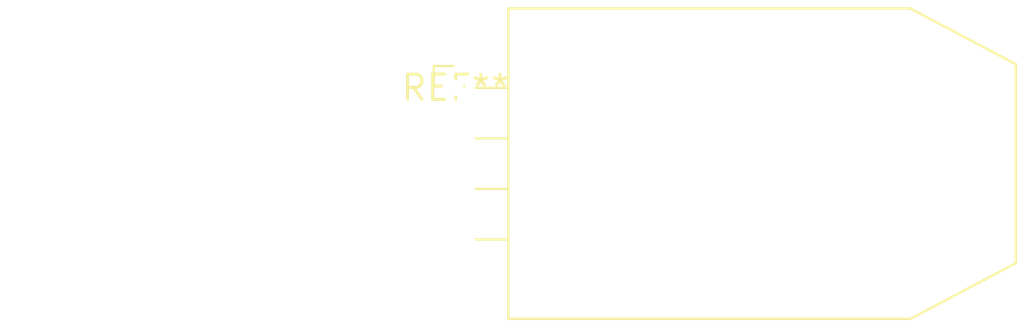
<source format=kicad_pcb>
(kicad_pcb (version 20240108) (generator pcbnew)
  (layers (0 "F.Cu" signal) (31 "B.Cu" signal) (34 "B.Paste" user) (35 "F.Paste" user) (36 "B.SilkS" user "B.Silkscreen") (37 "F.SilkS" user "F.Silkscreen") (38 "B.Mask" user) (39 "F.Mask" user) (44 "Edge.Cuts" user))
  (net 0 "")
  (footprint "ASAIR_AM2302_P2.54mm_Lead2.75mm_TabDown" (layer "F.Cu") (at 0 0)
    (property "Reference" "REF**")
    (property "Value" "ASAIR_AM2302_P2.54mm_Lead2.75mm_TabDown")
    (fp_line (start -1.1 -1.1) (end -0.1 -1.1) (layer "F.SilkS") (stroke (width 0.12)))
    (fp_line (start -1.1 -0.1) (end -1.1 -1.1) (layer "F.SilkS") (stroke (width 0.12)))
    (fp_line (start 1.01 0) (end 2.65 0) (layer "F.SilkS") (stroke (width 0.12)))
    (fp_line (start 1.01 2.54) (end 2.65 2.54) (layer "F.SilkS") (stroke (width 0.12)))
    (fp_line (start 1.01 5.08) (end 2.65 5.08) (layer "F.SilkS") (stroke (width 0.12)))
    (fp_line (start 1.01 7.62) (end 2.65 7.62) (layer "F.SilkS") (stroke (width 0.12)))
    (fp_line (start 2.65 -3.99) (end 22.85 -3.99) (layer "F.SilkS") (stroke (width 0.12)))
    (fp_line (start 2.65 11.61) (end 2.65 -3.99) (layer "F.SilkS") (stroke (width 0.12)))
    (fp_line (start 22.85 -3.99) (end 28.15 -1.19) (layer "F.SilkS") (stroke (width 0.12)))
    (fp_line (start 22.85 11.61) (end 2.65 11.61) (layer "F.SilkS") (stroke (width 0.12)))
    (fp_line (start 28.15 -1.19) (end 28.15 8.81) (layer "F.SilkS") (stroke (width 0.12)))
    (fp_line (start 28.15 8.81) (end 22.85 11.61) (layer "F.SilkS") (stroke (width 0.12)))
    (pad "" np_thru_hole circle (at 25.3 3.81) (size 3 3) (drill 3) (layers F&B.Cu *.Mask))
    (pad "1" thru_hole rect (at 0 0) (size 1.5 1.5) (drill 0.8) (layers *.Cu *.Mask) (remove_unused_layers))
    (pad "2" thru_hole circle (at 0 2.54) (size 1.5 1.5) (drill 0.8) (layers *.Cu *.Mask) (remove_unused_layers))
    (pad "3" thru_hole circle (at 0 5.08) (size 1.5 1.5) (drill 0.8) (layers *.Cu *.Mask) (remove_unused_layers))
    (pad "4" thru_hole circle (at 0 7.62) (size 1.5 1.5) (drill 0.8) (layers *.Cu *.Mask) (remove_unused_layers))
  )
)
</source>
